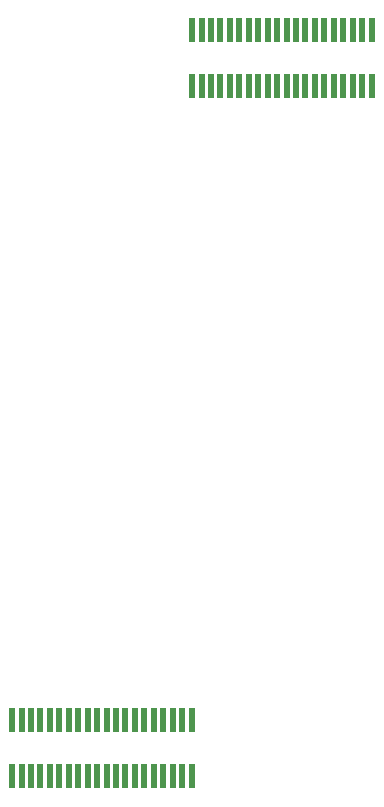
<source format=gbp>
%TF.GenerationSoftware,KiCad,Pcbnew,(5.1.6)-1*%
%TF.CreationDate,2020-09-25T10:07:23-05:00*%
%TF.ProjectId,customDisplay,63757374-6f6d-4446-9973-706c61792e6b,rev?*%
%TF.SameCoordinates,Original*%
%TF.FileFunction,Paste,Bot*%
%TF.FilePolarity,Positive*%
%FSLAX46Y46*%
G04 Gerber Fmt 4.6, Leading zero omitted, Abs format (unit mm)*
G04 Created by KiCad (PCBNEW (5.1.6)-1) date 2020-09-25 10:07:23*
%MOMM*%
%LPD*%
G01*
G04 APERTURE LIST*
%ADD10R,0.500000X2.000000*%
G04 APERTURE END LIST*
D10*
%TO.C,J3*%
X127020000Y-127190000D03*
X127020000Y-131890000D03*
X127820000Y-127190000D03*
X127820000Y-131890000D03*
X128620000Y-127190000D03*
X128620000Y-131890000D03*
X129420000Y-127190000D03*
X129420000Y-131890000D03*
X130220000Y-127190000D03*
X130220000Y-131890000D03*
X131020000Y-127190000D03*
X131020000Y-131890000D03*
X131820000Y-127190000D03*
X131820000Y-131890000D03*
X132620000Y-127190000D03*
X132620000Y-131890000D03*
X133420000Y-127190000D03*
X133420000Y-131890000D03*
X134220000Y-127190000D03*
X134220000Y-131890000D03*
X135020000Y-127190000D03*
X135020000Y-131890000D03*
X135820000Y-127190000D03*
X135820000Y-131890000D03*
X136620000Y-127190000D03*
X136620000Y-131890000D03*
X137420000Y-127190000D03*
X137420000Y-131890000D03*
X138220000Y-127190000D03*
X138220000Y-131890000D03*
X139020000Y-127190000D03*
X139020000Y-131890000D03*
X139820000Y-127190000D03*
X139820000Y-131890000D03*
X140620000Y-127190000D03*
X140620000Y-131890000D03*
X141420000Y-127190000D03*
X141420000Y-131890000D03*
X142220000Y-127190000D03*
X142220000Y-131890000D03*
%TD*%
%TO.C,J2*%
X157460000Y-73470000D03*
X157460000Y-68770000D03*
X156660000Y-73470000D03*
X156660000Y-68770000D03*
X155860000Y-73470000D03*
X155860000Y-68770000D03*
X155060000Y-73470000D03*
X155060000Y-68770000D03*
X154260000Y-73470000D03*
X154260000Y-68770000D03*
X153460000Y-73470000D03*
X153460000Y-68770000D03*
X152660000Y-73470000D03*
X152660000Y-68770000D03*
X151860000Y-73470000D03*
X151860000Y-68770000D03*
X151060000Y-73470000D03*
X151060000Y-68770000D03*
X150260000Y-73470000D03*
X150260000Y-68770000D03*
X149460000Y-73470000D03*
X149460000Y-68770000D03*
X148660000Y-73470000D03*
X148660000Y-68770000D03*
X147860000Y-73470000D03*
X147860000Y-68770000D03*
X147060000Y-73470000D03*
X147060000Y-68770000D03*
X146260000Y-73470000D03*
X146260000Y-68770000D03*
X145460000Y-73470000D03*
X145460000Y-68770000D03*
X144660000Y-73470000D03*
X144660000Y-68770000D03*
X143860000Y-73470000D03*
X143860000Y-68770000D03*
X143060000Y-73470000D03*
X143060000Y-68770000D03*
X142260000Y-73470000D03*
X142260000Y-68770000D03*
%TD*%
M02*

</source>
